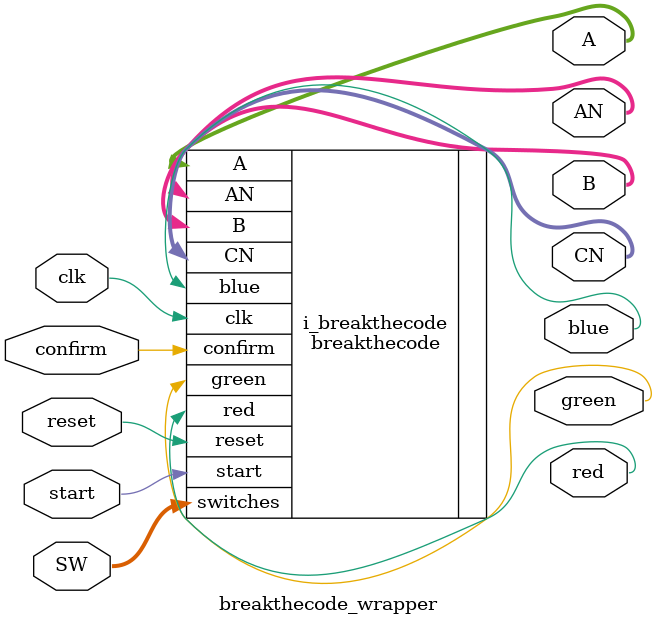
<source format=v>
`timescale 1ns / 1ps


module breakthecode_wrapper(
    input clk,           //Use for game logic (1 Mhz)
    
    //buttons input
    input reset,
    input confirm,
    input start,
    
    //Switches input
    input [15:0] SW,
    
    //LED output (bit [15:12] - A; bit[3:0] - B)
    //A = # of Correct Code
    //B = # of Correct Location
    output [3:0] A,
    output [3:0] B,
    
    //Display output
    output [7:0] AN,
    output [7:0] CN,
    
    //RGB LED
    output red,
    output blue,
    output green
    );

    breakthecode i_breakthecode (
      .clk(clk),           //Use for game logic (1 Mhz)
      .reset(reset),
      .confirm(confirm),
      .start(start),
      .switches(SW),
      .A(A),
      .B(B),
      .AN(AN),
      .CN(CN),
      .red(red),
      .blue(blue),
      .green(green)
    );
    
endmodule

</source>
